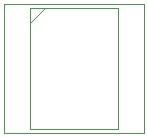
<source format=gbr>
G04 #@! TF.FileFunction,Drawing*
%FSLAX46Y46*%
G04 Gerber Fmt 4.6, Leading zero omitted, Abs format (unit mm)*
G04 Created by KiCad (PCBNEW 4.0.7) date 11/23/17 20:16:06*
%MOMM*%
%LPD*%
G01*
G04 APERTURE LIST*
%ADD10C,0.100000*%
%ADD11C,0.050000*%
G04 APERTURE END LIST*
D10*
D11*
X118575000Y-71000000D02*
X130425000Y-71000000D01*
X130425000Y-71000000D02*
X130425000Y-82000000D01*
X130425000Y-82000000D02*
X118575000Y-82000000D01*
X118575000Y-82000000D02*
X118575000Y-71000000D01*
D10*
X120750000Y-71350000D02*
X128250000Y-71350000D01*
X128250000Y-71350000D02*
X128250000Y-81650000D01*
X128250000Y-81650000D02*
X120750000Y-81650000D01*
X120750000Y-81650000D02*
X120750000Y-71350000D01*
X120750000Y-72620000D02*
X122020000Y-71350000D01*
M02*

</source>
